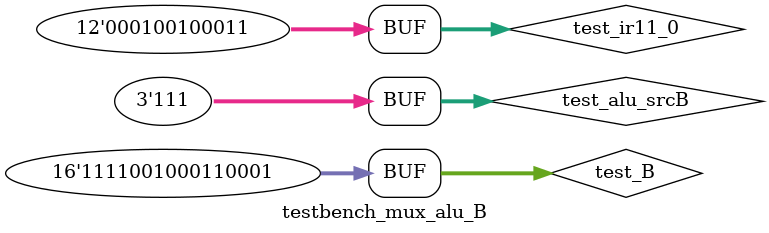
<source format=v>
module testbench_mux_alu_B();
    wire [15:0]test_alu_B;
    reg [11:0]test_ir11_0;                    
    reg [15:0]test_B;
    reg [2:0]test_alu_srcB;
    mux_alu_B uut(.alu_B(test_alu_B),.ir11_0(test_ir11_0),.B(test_B),.alu_srcB(test_alu_srcB));

    initial begin
        test_B = 16'hF231;
        test_ir11_0 = 12'h123;
    end

    initial begin
        test_alu_srcB = 3'b000;
        #1 test_alu_srcB = 3'b001;
        #1 test_alu_srcB = 3'b010;
        #1 test_alu_srcB = 3'b011;
        #1 test_alu_srcB = 3'b100;
        #1 test_alu_srcB = 3'b101;
        #1 test_alu_srcB = 3'b110;
        #1 test_alu_srcB = 3'b111;
    end

    initial
    $monitor("Time = %3d,Alu_src_B = %b,Alu_B = %h",$time,test_alu_srcB,test_alu_B);

endmodule
</source>
